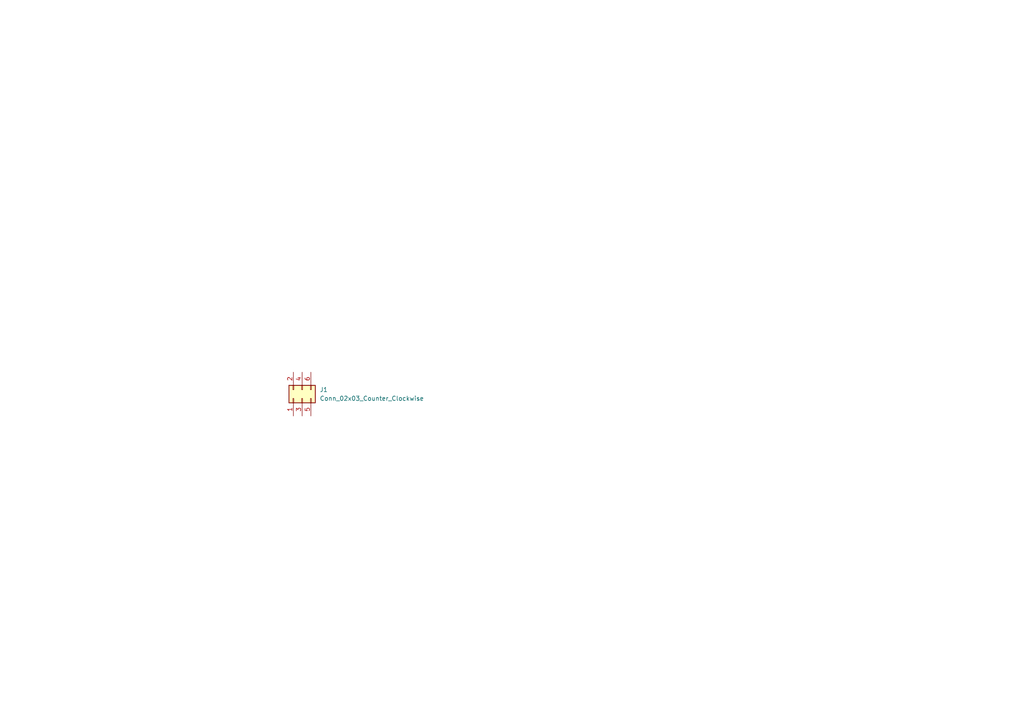
<source format=kicad_sch>
(kicad_sch (version 20231120) (generator "eeschema") (generator_version "8.0")
  (paper "A4")
  (lib_symbols
    (symbol "Connector_Generic:Conn_02x03_Odd_Even" (pin_names (offset 1.016) hide)
      (property "Reference" "J" (at 1.27 5.08 0))
      (property "Value" "Conn_02x03_Odd_Even" (at 1.27 -5.08 0))
      (symbol "Conn_02x03_Odd_Even_1_1"
        (rectangle (start -1.27 -2.413) (end 0 -2.667) (stroke (width 0.1524)))
        (rectangle (start -1.27 0.127) (end 0 -0.127) (stroke (width 0.1524)))
        (rectangle (start -1.27 2.667) (end 0 2.413) (stroke (width 0.1524)))
        (rectangle (start -1.27 3.81) (end 3.81 -3.81) (stroke (width 0.254)) (fill (type background)))
        (rectangle (start 3.81 -2.413) (end 2.54 -2.667) (stroke (width 0.1524)))
        (rectangle (start 3.81 0.127) (end 2.54 -0.127) (stroke (width 0.1524)))
        (rectangle (start 3.81 2.667) (end 2.54 2.413) (stroke (width 0.1524)))
        (pin passive line (at -5.08 2.54 0) (length 3.81) (name "Pin_1") (number "1"))
        (pin passive line (at 7.62 2.54 180) (length 3.81) (name "Pin_2") (number "2"))
        (pin passive line (at -5.08 0 0) (length 3.81) (name "Pin_3") (number "3"))
        (pin passive line (at 7.62 0 180) (length 3.81) (name "Pin_4") (number "4"))
        (pin passive line (at -5.08 -2.54 0) (length 3.81) (name "Pin_5") (number "5"))
        (pin passive line (at 7.62 -2.54 180) (length 3.81) (name "Pin_6") (number "6"))
      )
    )
  )
  (symbol (lib_id "Connector_Generic:Conn_02x03_Odd_Even") (at 87.63 115.57 90) (unit 1)
    (property "Reference" "J1" (at 92.71 113.0299 90) (effects (justify right)))
    (property "Value" "Conn_02x03_Counter_Clockwise" (at 92.71 115.5699 90) (effects (justify right)))
    (property "Footprint" "Connector_IDC:IDC-Header_2x03_P2.54mm_Vertical" (effects (hide yes)))
    (property "Description" "Generic connector, double row, 02x03, odd/even pin numbering scheme (row 1 odd numbers, row 2 even numbers), script generated (kicad-library-utils/schlib/autogen/connector/)" (effects (hide yes)))
  )
)
</source>
